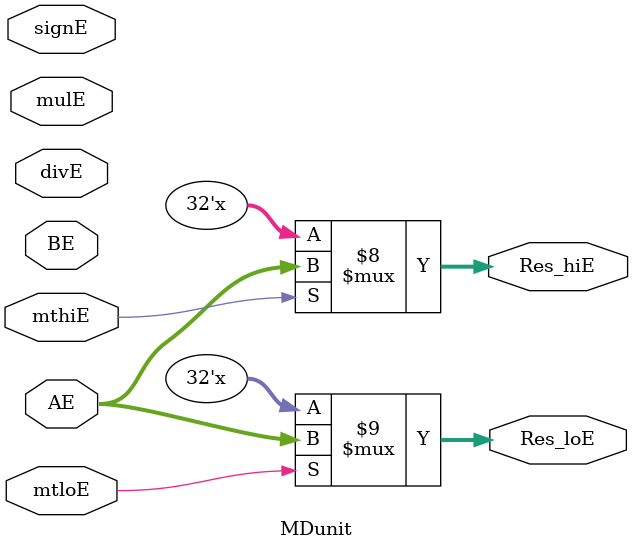
<source format=v>
`timescale 1ns / 1ps

module MDunit (
    input[31:0] AE,
    input[31:0] BE,
    input signE,
    input mulE,
    input divE,
    input mthiE,
    input mtloE,
    output reg[31:0] Res_hiE,
    output reg[31:0] Res_loE
);
    initial begin
        Res_hiE = 0;
        Res_loE = 0;
    end
    reg[63:0] res = 0;
    always @(*) 
    begin
        if(mulE)
        begin
            if(signE)//unsign
                res <= {32'b0000_0000_0000_0000_0000_0000_0000_0000,AE} * {32'b0000_0000_0000_0000_0000_0000_0000_0000,BE};
            else   
                res <= AE * BE;
        end
        else if(divE)
        begin
            if(signE)
            begin
                res[31:0] <= {32'b0000_0000_0000_0000_0000_0000_0000_0000,AE} / {32'b0000_0000_0000_0000_0000_0000_0000_0000,BE} ;//商放在lo
                res[63:32] <= {32'b0000_0000_0000_0000_0000_0000_0000_0000,AE} % {32'b0000_0000_0000_0000_0000_0000_0000_0000,BE};//hi放余数
            end
            else
                res[31:0] <= AE / BE;
                res[63:32] <= AE % BE;
        end

        Res_hiE <= mthiE ? AE : res[63:32];
        Res_loE <= mtloE ? AE : res[31:0];
    end
endmodule
</source>
